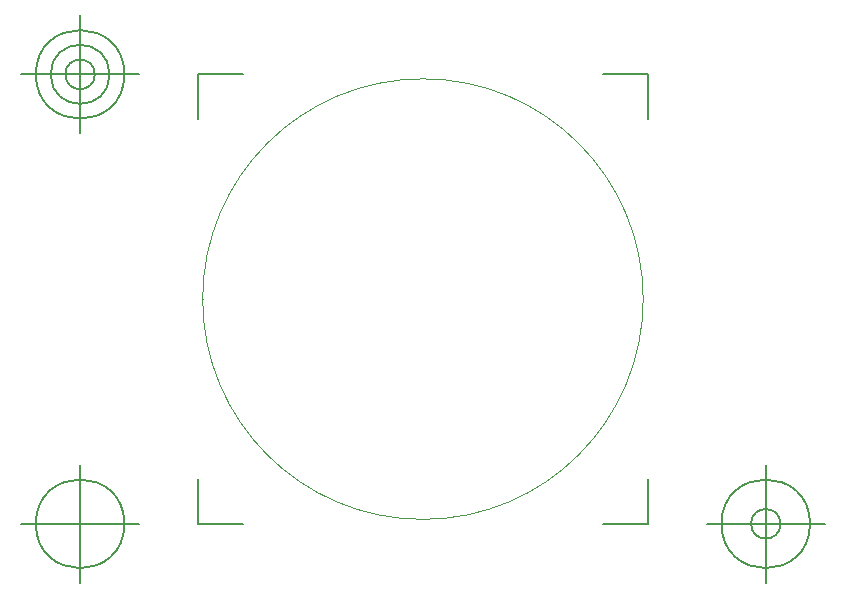
<source format=gbr>
G04 Generated by Ultiboard 13.0 *
%FSLAX34Y34*%
%MOMM*%

%ADD10C,0.0001*%
%ADD11C,0.0010*%
%ADD12C,0.1500*%


G04 ColorRGB 00FFFF for the following layer *
%LNBoard Outline*%
%LPD*%
G54D10*
G54D11*
X224255Y592300D02*
G75*
D01*
G02X224255Y592300I186495J0*
G01*
X224255Y592300D02*
G75*
D01*
G02X224255Y592300I186495J0*
G01*
G54D12*
X220485Y402035D02*
X220485Y440088D01*
X220485Y402035D02*
X258538Y402035D01*
X601015Y402035D02*
X562962Y402035D01*
X601015Y402035D02*
X601015Y440088D01*
X601015Y782565D02*
X601015Y744512D01*
X601015Y782565D02*
X562962Y782565D01*
X220485Y782565D02*
X258538Y782565D01*
X220485Y782565D02*
X220485Y744512D01*
X170485Y402035D02*
X70485Y402035D01*
X120485Y352035D02*
X120485Y452035D01*
X82985Y402035D02*
G75*
D01*
G02X82985Y402035I37500J0*
G01*
X651015Y402035D02*
X751015Y402035D01*
X701015Y352035D02*
X701015Y452035D01*
X663515Y402035D02*
G75*
D01*
G02X663515Y402035I37500J0*
G01*
X688515Y402035D02*
G75*
D01*
G02X688515Y402035I12500J0*
G01*
X170485Y782565D02*
X70485Y782565D01*
X120485Y732565D02*
X120485Y832565D01*
X82985Y782565D02*
G75*
D01*
G02X82985Y782565I37500J0*
G01*
X95485Y782565D02*
G75*
D01*
G02X95485Y782565I25000J0*
G01*
X107985Y782565D02*
G75*
D01*
G02X107985Y782565I12500J0*
G01*
X220485Y402035D02*
X220485Y440088D01*
X220485Y402035D02*
X258538Y402035D01*
X601015Y402035D02*
X562962Y402035D01*
X601015Y402035D02*
X601015Y440088D01*
X601015Y782565D02*
X601015Y744512D01*
X601015Y782565D02*
X562962Y782565D01*
X220485Y782565D02*
X258538Y782565D01*
X220485Y782565D02*
X220485Y744512D01*
X170485Y402035D02*
X70485Y402035D01*
X120485Y352035D02*
X120485Y452035D01*
X82985Y402035D02*
G75*
D01*
G02X82985Y402035I37500J0*
G01*
X651015Y402035D02*
X751015Y402035D01*
X701015Y352035D02*
X701015Y452035D01*
X663515Y402035D02*
G75*
D01*
G02X663515Y402035I37500J0*
G01*
X688515Y402035D02*
G75*
D01*
G02X688515Y402035I12500J0*
G01*
X170485Y782565D02*
X70485Y782565D01*
X120485Y732565D02*
X120485Y832565D01*
X82985Y782565D02*
G75*
D01*
G02X82985Y782565I37500J0*
G01*
X95485Y782565D02*
G75*
D01*
G02X95485Y782565I25000J0*
G01*
X107985Y782565D02*
G75*
D01*
G02X107985Y782565I12500J0*
G01*

M02*

</source>
